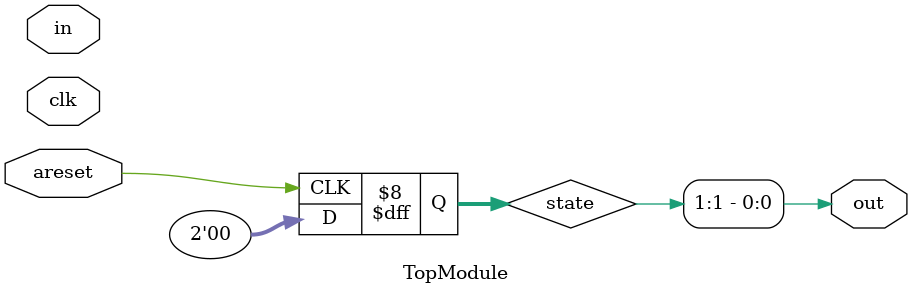
<source format=sv>

module TopModule (
  input clk,
  input in,
  input areset,
  output out
);
reg [1:0] state;
reg [1:0] next_state;

// Asynchronous reset
always @(posedge areset) begin
    if (areset) begin
        state <= 2'b00; // Reset to state A
    end else begin
        state <= next_state;
    end
end

// State transition table
always @(*) begin
    case(state)
        2'b00: // State A
            next_state = 2'b01;

        2'b01: // State B
            next_state = 2'b11;

        2'b10: // State C
            next_state = 2'b01;

        2'b11: // State D
            next_state = 2'b10;
    endcase
end

// Output logic (Moore machine)
assign out = state[1];

endmodule

</source>
